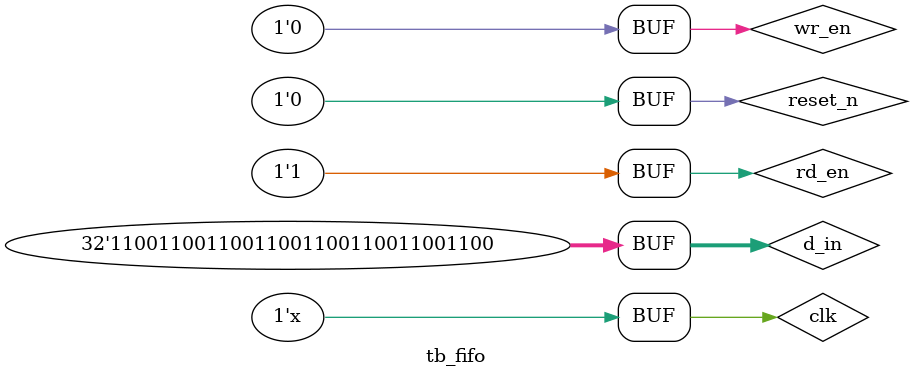
<source format=v>
`timescale 1ns/100ps 

module tb_fifo;
   
   reg clk,reset_n,rd_en,wr_en; // 1bit reg
   reg [31:0] d_in;// 32bit reg
   wire [31:0] d_out;// 32bit wire
   wire full,empty,wr_ack,wr_err,rd_ack,rd_err; //1bit wire
   wire [3:0] data_count; //4bit wire
   
   //clock setting
   always begin
      #10; clk=~clk;
   end
   
	// module instance, use fifo module, name is test_fifo
   fifo test_fifo(clk,reset_n,rd_en,wr_en,d_in,d_out,full,empty,wr_ack,wr_err,rd_ack,rd_err,data_count);      //test module
   
	// verificate testcase
	
   initial begin
      clk=0; reset_n=0; rd_en=0; wr_en=0; d_in=32'h0;
      
		#15; reset_n=1; #20; rd_en=1; // read
		
		//write
      #20; rd_en=0; wr_en=1; d_in=32'hAAAAAAAA;
      #20; d_in=32'hBBBBBBBB;
      #20; d_in=32'hCCCCCCCC;
      #20; d_in=32'hDDDDDDDD;
      #20; d_in=32'hEEEEEEEE;
      #20; d_in=32'hFFFFFFFF;
      #20; d_in=32'hABABABAB;
      #20; d_in=32'hACACACAC; 
		
		#20; wr_en=0; // stop write, check data_count, full
		
      #20; d_in=32'hADADADAD;// no
  
      #30; rd_en=1; // read
		
      #20; rd_en=0; wr_en=1; //can write?
      #20; d_in=32'hCCCCCCCC;
		
      #20; rd_en=1; wr_en=0;
      
		#20; rd_en=1; // read
		
		#20; rd_en=1; // read
		
		#20; rd_en=1; // read
		
		#20; rd_en=1; // read
		
		#20; rd_en=1; // read
		
		#20; rd_en=1; // read
		
		
		#30; reset_n=0;
		
      
      
   end
endmodule
   
   
</source>
